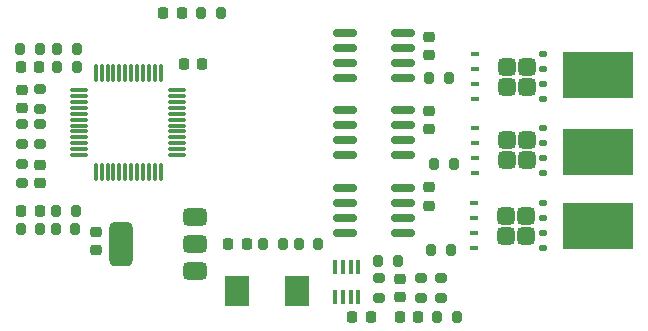
<source format=gbr>
%TF.GenerationSoftware,KiCad,Pcbnew,8.0.5*%
%TF.CreationDate,2025-03-17T20:49:01+05:30*%
%TF.ProjectId,bldc,626c6463-2e6b-4696-9361-645f70636258,rev?*%
%TF.SameCoordinates,Original*%
%TF.FileFunction,Paste,Top*%
%TF.FilePolarity,Positive*%
%FSLAX46Y46*%
G04 Gerber Fmt 4.6, Leading zero omitted, Abs format (unit mm)*
G04 Created by KiCad (PCBNEW 8.0.5) date 2025-03-17 20:49:01*
%MOMM*%
%LPD*%
G01*
G04 APERTURE LIST*
G04 Aperture macros list*
%AMRoundRect*
0 Rectangle with rounded corners*
0 $1 Rounding radius*
0 $2 $3 $4 $5 $6 $7 $8 $9 X,Y pos of 4 corners*
0 Add a 4 corners polygon primitive as box body*
4,1,4,$2,$3,$4,$5,$6,$7,$8,$9,$2,$3,0*
0 Add four circle primitives for the rounded corners*
1,1,$1+$1,$2,$3*
1,1,$1+$1,$4,$5*
1,1,$1+$1,$6,$7*
1,1,$1+$1,$8,$9*
0 Add four rect primitives between the rounded corners*
20,1,$1+$1,$2,$3,$4,$5,0*
20,1,$1+$1,$4,$5,$6,$7,0*
20,1,$1+$1,$6,$7,$8,$9,0*
20,1,$1+$1,$8,$9,$2,$3,0*%
G04 Aperture macros list end*
%ADD10RoundRect,0.200000X-0.200000X-0.275000X0.200000X-0.275000X0.200000X0.275000X-0.200000X0.275000X0*%
%ADD11RoundRect,0.225000X0.225000X0.250000X-0.225000X0.250000X-0.225000X-0.250000X0.225000X-0.250000X0*%
%ADD12RoundRect,0.075000X-0.662500X-0.075000X0.662500X-0.075000X0.662500X0.075000X-0.662500X0.075000X0*%
%ADD13RoundRect,0.075000X-0.075000X-0.662500X0.075000X-0.662500X0.075000X0.662500X-0.075000X0.662500X0*%
%ADD14RoundRect,0.200000X0.275000X-0.200000X0.275000X0.200000X-0.275000X0.200000X-0.275000X-0.200000X0*%
%ADD15RoundRect,0.200000X0.200000X0.275000X-0.200000X0.275000X-0.200000X-0.275000X0.200000X-0.275000X0*%
%ADD16RoundRect,0.225000X-0.250000X0.225000X-0.250000X-0.225000X0.250000X-0.225000X0.250000X0.225000X0*%
%ADD17R,0.450000X1.150000*%
%ADD18R,6.000000X4.000000*%
%ADD19RoundRect,0.375000X-0.375000X-0.375000X0.375000X-0.375000X0.375000X0.375000X-0.375000X0.375000X0*%
%ADD20RoundRect,0.125000X-0.250000X-0.125000X0.250000X-0.125000X0.250000X0.125000X-0.250000X0.125000X0*%
%ADD21RoundRect,0.100000X-0.275000X-0.100000X0.275000X-0.100000X0.275000X0.100000X-0.275000X0.100000X0*%
%ADD22RoundRect,0.218750X-0.218750X-0.256250X0.218750X-0.256250X0.218750X0.256250X-0.218750X0.256250X0*%
%ADD23RoundRect,0.225000X0.250000X-0.225000X0.250000X0.225000X-0.250000X0.225000X-0.250000X-0.225000X0*%
%ADD24RoundRect,0.150000X-0.825000X-0.150000X0.825000X-0.150000X0.825000X0.150000X-0.825000X0.150000X0*%
%ADD25RoundRect,0.225000X-0.225000X-0.250000X0.225000X-0.250000X0.225000X0.250000X-0.225000X0.250000X0*%
%ADD26R,2.000000X2.500000*%
%ADD27RoundRect,0.375000X0.625000X0.375000X-0.625000X0.375000X-0.625000X-0.375000X0.625000X-0.375000X0*%
%ADD28RoundRect,0.500000X0.500000X1.400000X-0.500000X1.400000X-0.500000X-1.400000X0.500000X-1.400000X0*%
%ADD29RoundRect,0.200000X-0.275000X0.200000X-0.275000X-0.200000X0.275000X-0.200000X0.275000X0.200000X0*%
G04 APERTURE END LIST*
D10*
%TO.C,R15*%
X81425000Y-119000000D03*
X83075000Y-119000000D03*
%TD*%
%TO.C,R2*%
X85750000Y-103500000D03*
X87400000Y-103500000D03*
%TD*%
D11*
%TO.C,C7*%
X52700000Y-102500000D03*
X51150000Y-102500000D03*
%TD*%
D12*
%TO.C,U5*%
X56087500Y-104500000D03*
X56087500Y-105000000D03*
X56087500Y-105500000D03*
X56087500Y-106000000D03*
X56087500Y-106500000D03*
X56087500Y-107000000D03*
X56087500Y-107500000D03*
X56087500Y-108000000D03*
X56087500Y-108500000D03*
X56087500Y-109000000D03*
X56087500Y-109500000D03*
X56087500Y-110000000D03*
D13*
X57500000Y-111412500D03*
X58000000Y-111412500D03*
X58500000Y-111412500D03*
X59000000Y-111412500D03*
X59500000Y-111412500D03*
X60000000Y-111412500D03*
X60500000Y-111412500D03*
X61000000Y-111412500D03*
X61500000Y-111412500D03*
X62000000Y-111412500D03*
X62500000Y-111412500D03*
X63000000Y-111412500D03*
D12*
X64412500Y-110000000D03*
X64412500Y-109500000D03*
X64412500Y-109000000D03*
X64412500Y-108500000D03*
X64412500Y-108000000D03*
X64412500Y-107500000D03*
X64412500Y-107000000D03*
X64412500Y-106500000D03*
X64412500Y-106000000D03*
X64412500Y-105500000D03*
X64412500Y-105000000D03*
X64412500Y-104500000D03*
D13*
X63000000Y-103087500D03*
X62500000Y-103087500D03*
X62000000Y-103087500D03*
X61500000Y-103087500D03*
X61000000Y-103087500D03*
X60500000Y-103087500D03*
X60000000Y-103087500D03*
X59500000Y-103087500D03*
X59000000Y-103087500D03*
X58500000Y-103087500D03*
X58000000Y-103087500D03*
X57500000Y-103087500D03*
%TD*%
D14*
%TO.C,R24*%
X52750000Y-109050000D03*
X52750000Y-107400000D03*
%TD*%
%TO.C,R28*%
X52750000Y-106075000D03*
X52750000Y-104425000D03*
%TD*%
D15*
%TO.C,R27*%
X52800000Y-116250000D03*
X51150000Y-116250000D03*
%TD*%
D10*
%TO.C,R13*%
X74675000Y-117500000D03*
X76325000Y-117500000D03*
%TD*%
%TO.C,R20*%
X54250000Y-102500000D03*
X55900000Y-102500000D03*
%TD*%
%TO.C,R4*%
X86175000Y-110750000D03*
X87825000Y-110750000D03*
%TD*%
D16*
%TO.C,C8*%
X52750000Y-110800000D03*
X52750000Y-112350000D03*
%TD*%
D17*
%TO.C,IC1*%
X79725000Y-119450000D03*
X79075000Y-119450000D03*
X78425000Y-119450000D03*
X77775000Y-119450000D03*
X77775000Y-122050000D03*
X78425000Y-122050000D03*
X79075000Y-122050000D03*
X79725000Y-122050000D03*
%TD*%
D18*
%TO.C,TP3*%
X100000000Y-116000000D03*
%TD*%
D16*
%TO.C,C3*%
X85750000Y-106225000D03*
X85750000Y-107775000D03*
%TD*%
D11*
%TO.C,C14*%
X70275000Y-117500000D03*
X68725000Y-117500000D03*
%TD*%
D19*
%TO.C,Q8*%
X92300000Y-108750000D03*
X92300000Y-110450000D03*
X94000000Y-108750000D03*
X94000000Y-110450000D03*
D20*
X95405000Y-107695000D03*
X95405000Y-108965000D03*
X95405000Y-110235000D03*
X95405000Y-111505000D03*
D21*
X89600000Y-107695000D03*
X89600000Y-108965000D03*
X89600000Y-110235000D03*
X89600000Y-111505000D03*
%TD*%
D22*
%TO.C,D4*%
X63212500Y-98000000D03*
X64787500Y-98000000D03*
%TD*%
D18*
%TO.C,TP1*%
X100000000Y-103250000D03*
%TD*%
D23*
%TO.C,C1*%
X57500000Y-118025000D03*
X57500000Y-116475000D03*
%TD*%
D11*
%TO.C,C4*%
X84775000Y-123750000D03*
X83225000Y-123750000D03*
%TD*%
D16*
%TO.C,C9*%
X83250000Y-120475000D03*
X83250000Y-122025000D03*
%TD*%
D19*
%TO.C,Q2*%
X92300000Y-102500000D03*
X92300000Y-104200000D03*
X94000000Y-102500000D03*
X94000000Y-104200000D03*
D20*
X95405000Y-101445000D03*
X95405000Y-102715000D03*
X95405000Y-103985000D03*
X95405000Y-105255000D03*
D21*
X89600000Y-101445000D03*
X89600000Y-102715000D03*
X89600000Y-103985000D03*
X89600000Y-105255000D03*
%TD*%
D10*
%TO.C,R6*%
X85925000Y-118000000D03*
X87575000Y-118000000D03*
%TD*%
D16*
%TO.C,C5*%
X85750000Y-112725000D03*
X85750000Y-114275000D03*
%TD*%
D14*
%TO.C,R17*%
X86750000Y-122075000D03*
X86750000Y-120425000D03*
%TD*%
D23*
%TO.C,C15*%
X51250000Y-106025000D03*
X51250000Y-104475000D03*
%TD*%
D24*
%TO.C,U4*%
X78575000Y-112790000D03*
X78575000Y-114060000D03*
X78575000Y-115330000D03*
X78575000Y-116600000D03*
X83525000Y-116600000D03*
X83525000Y-115330000D03*
X83525000Y-114060000D03*
X83525000Y-112790000D03*
%TD*%
D11*
%TO.C,C10*%
X52750000Y-114750000D03*
X51200000Y-114750000D03*
%TD*%
D15*
%TO.C,R25*%
X55775000Y-116250000D03*
X54125000Y-116250000D03*
%TD*%
D10*
%TO.C,R12*%
X71675000Y-117500000D03*
X73325000Y-117500000D03*
%TD*%
D25*
%TO.C,C12*%
X79225000Y-123750000D03*
X80775000Y-123750000D03*
%TD*%
D11*
%TO.C,C11*%
X66525000Y-102250000D03*
X64975000Y-102250000D03*
%TD*%
D24*
%TO.C,U3*%
X78575000Y-106210000D03*
X78575000Y-107480000D03*
X78575000Y-108750000D03*
X78575000Y-110020000D03*
X83525000Y-110020000D03*
X83525000Y-108750000D03*
X83525000Y-107480000D03*
X83525000Y-106210000D03*
%TD*%
D14*
%TO.C,R23*%
X51250000Y-109050000D03*
X51250000Y-107400000D03*
%TD*%
D15*
%TO.C,R10*%
X68075000Y-98000000D03*
X66425000Y-98000000D03*
%TD*%
D10*
%TO.C,R26*%
X54150000Y-114750000D03*
X55800000Y-114750000D03*
%TD*%
D14*
%TO.C,R14*%
X81500000Y-122075000D03*
X81500000Y-120425000D03*
%TD*%
D15*
%TO.C,R21*%
X52750000Y-101000000D03*
X51100000Y-101000000D03*
%TD*%
D26*
%TO.C,L1*%
X74500000Y-121500000D03*
X69500000Y-121500000D03*
%TD*%
D15*
%TO.C,R19*%
X55900000Y-101000000D03*
X54250000Y-101000000D03*
%TD*%
D27*
%TO.C,U1*%
X65900000Y-119800000D03*
X65900000Y-117500000D03*
D28*
X59600000Y-117500000D03*
D27*
X65900000Y-115200000D03*
%TD*%
D10*
%TO.C,R9*%
X86425000Y-123750000D03*
X88075000Y-123750000D03*
%TD*%
D29*
%TO.C,R16*%
X85000000Y-120425000D03*
X85000000Y-122075000D03*
%TD*%
D24*
%TO.C,U2*%
X78575000Y-99630000D03*
X78575000Y-100900000D03*
X78575000Y-102170000D03*
X78575000Y-103440000D03*
X83525000Y-103440000D03*
X83525000Y-102170000D03*
X83525000Y-100900000D03*
X83525000Y-99630000D03*
%TD*%
D16*
%TO.C,C2*%
X85750000Y-99975000D03*
X85750000Y-101525000D03*
%TD*%
D19*
%TO.C,Q10*%
X92250000Y-115150000D03*
X92250000Y-116850000D03*
X93950000Y-115150000D03*
X93950000Y-116850000D03*
D20*
X95355000Y-114095000D03*
X95355000Y-115365000D03*
X95355000Y-116635000D03*
X95355000Y-117905000D03*
D21*
X89550000Y-114095000D03*
X89550000Y-115365000D03*
X89550000Y-116635000D03*
X89550000Y-117905000D03*
%TD*%
D18*
%TO.C,TP2*%
X100000000Y-109750000D03*
%TD*%
D14*
%TO.C,R22*%
X51250000Y-112400000D03*
X51250000Y-110750000D03*
%TD*%
M02*

</source>
